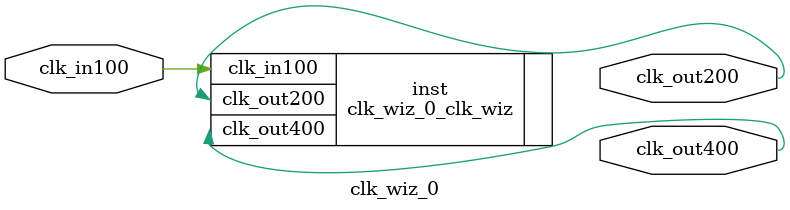
<source format=v>


`timescale 1ps/1ps

(* CORE_GENERATION_INFO = "clk_wiz_0,clk_wiz_v6_0_15_0_0,{component_name=clk_wiz_0,use_phase_alignment=true,use_min_o_jitter=false,use_max_i_jitter=false,use_dyn_phase_shift=false,use_inclk_switchover=false,use_dyn_reconfig=false,enable_axi=0,feedback_source=FDBK_AUTO,PRIMITIVE=MMCM,num_out_clk=2,clkin1_period=10.000,clkin2_period=10.000,use_power_down=false,use_reset=false,use_locked=false,use_inclk_stopped=false,feedback_type=SINGLE,CLOCK_MGR_TYPE=NA,manual_override=false}" *)

module clk_wiz_0 
 (
  // Clock out ports
  output        clk_out200,
  output        clk_out400,
 // Clock in ports
  input         clk_in100
 );

  clk_wiz_0_clk_wiz inst
  (
  // Clock out ports  
  .clk_out200(clk_out200),
  .clk_out400(clk_out400),
 // Clock in ports
  .clk_in100(clk_in100)
  );

endmodule

</source>
